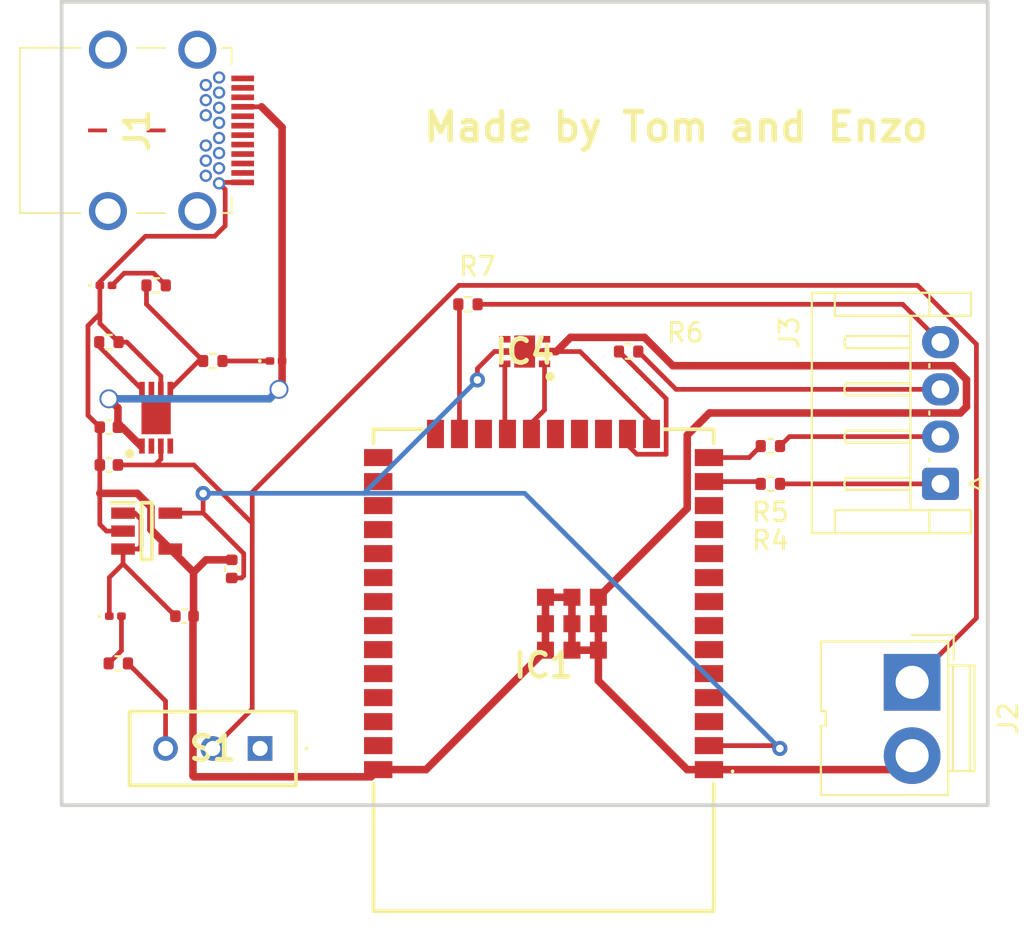
<source format=kicad_pcb>
(kicad_pcb (version 20221018) (generator pcbnew)
  (layers (0 "F.Cu" signal) (31 "B.Cu" signal) (34 "B.Paste" user) (35 "F.Paste" user) (36 "B.SilkS" user "B.Silkscreen") (37 "F.SilkS" user "F.Silkscreen") (38 "B.Mask" user) (39 "F.Mask" user) (44 "Edge.Cuts" user))
  (net 0 "")
  (net 1 "/V_INT")
  (net 2 "+3.3V")
  (net 3 "+5V")
  (net 4 "/VBAT_IN+")
  (net 5 "Net-(D1-A)")
  (net 6 "Net-(D2-K)")
  (net 7 "Net-(D3-A)")
  (net 18 "Net-(IC1-IO14)")
  (net 19 "Net-(IC1-IO12)")
  (net 20 "Net-(IC1-IO13)")
  (net 24 "/SCL_Capteur")
  (net 25 "/SDA_Capteur")
  (net 27 "Net-(IC1-IO15)")
  (net 44 "Net-(IC2-STAT)")
  (net 46 "Net-(IC2-PROG)")
  (net 75 "/MTMS")
  (net 76 "/MTDI")
  (net 77 "/MTCK")
  (net 78 "/MTDO")
  (net 79 "Net-(S1-NO)")
  (net 81 "GND")
  (footprint "librairie_tp1:632723300011" (layer "F.Cu") (at 79.685 81.3 -90)
    (fp_text reference "J1" (at 0 -0.3 -90) (layer "F.SilkS") (effects (font (size 1.27 1.27) (thickness 0.254))))
    (fp_text value "632723300011" hide)
    (fp_line (start -4.37 -5.305) (end -3.5 -5.305) (stroke (width 0.1)) (layer "F.SilkS"))
    (fp_line (start -4.37 -4.805) (end -4.37 -5.305) (stroke (width 0.1)) (layer "F.SilkS"))
    (fp_line (start -4.37 -0.305) (end -4.37 -1.805) (stroke (width 0.1)) (layer "F.SilkS"))
    (fp_line (start -4.37 2.695) (end -4.37 5.895) (stroke (width 0.1)) (layer "F.SilkS"))
    (fp_line (start -4.37 5.895) (end 4.37 5.895) (stroke (width 0.1)) (layer "F.SilkS"))
    (fp_line (start 4.37 -5.305) (end 3.5 -5.305) (stroke (width 0.1)) (layer "F.SilkS"))
    (fp_line (start 4.37 -4.805) (end 4.37 -5.305) (stroke (width 0.1)) (layer "F.SilkS"))
    (fp_line (start 4.37 -0.305) (end 4.37 -1.805) (stroke (width 0.1)) (layer "F.SilkS"))
    (fp_line (start 4.37 5.895) (end 4.37 2.695) (stroke (width 0.1)) (layer "F.SilkS"))
    (pad "1" thru_hole circle (at 2 -4.645 270) (size 0.65 0.65) (drill 0.4) (layers "*.Cu" "*.Mask") (net 81 "GND"))
    (pad "2" thru_hole circle (at -2 -4.645 270) (size 0.65 0.65) (drill 0.4) (layers "*.Cu" "*.Mask") (net 81 "GND"))
    (pad "3" thru_hole circle (at 4.27 -3.495 270) (size 2.012 2.012) (drill 1.3416) (layers "*.Cu" "*.Mask"))
    (pad "4" thru_hole circle (at -4.27 -3.495 270) (size 2.012 2.012) (drill 1.3416) (layers "*.Cu" "*.Mask"))
    (pad "5" thru_hole circle (at 4.27 1.235 270) (size 2.012 2.012) (drill 1.3416) (layers "*.Cu" "*.Mask"))
    (pad "6" thru_hole circle (at -4.27 1.235 270) (size 2.012 2.012) (drill 1.3416) (layers "*.Cu" "*.Mask"))
    (pad "7" smd rect (at 0 -1.315 270) (size 0.2 1) (layers "F.Cu" "F.Paste" "F.Mask"))
    (pad "8" smd rect (at 0 1.785 270) (size 0.2 1) (layers "F.Cu" "F.Paste" "F.Mask"))
    (pad "A1" smd rect (at -2.75 -5.895 270) (size 0.3 1.2) (layers "F.Cu" "F.Paste" "F.Mask") (net 81 "GND"))
    (pad "A2" smd rect (at -2.25 -5.895 270) (size 0.3 1.2) (layers "F.Cu" "F.Paste" "F.Mask"))
    (pad "A3" smd rect (at -1.75 -5.895 270) (size 0.3 1.2) (layers "F.Cu" "F.Paste" "F.Mask"))
    (pad "A4" smd rect (at -1.25 -5.895 270) (size 0.3 1.2) (layers "F.Cu" "F.Paste" "F.Mask") (net 3 "+5V"))
    (pad "A5" smd rect (at -0.75 -5.895 270) (size 0.3 1.2) (layers "F.Cu" "F.Paste" "F.Mask"))
    (pad "A6" smd rect (at -0.25 -5.895 270) (size 0.3 1.2) (layers "F.Cu" "F.Paste" "F.Mask"))
    (pad "A7" smd rect (at 0.25 -5.895 270) (size 0.3 1.2) (layers "F.Cu" "F.Paste" "F.Mask"))
    (pad "A8" smd rect (at 0.75 -5.895 270) (size 0.3 1.2) (layers "F.Cu" "F.Paste" "F.Mask"))
    (pad "A9" smd rect (at 1.25 -5.895 270) (size 0.3 1.2) (layers "F.Cu" "F.Paste" "F.Mask"))
    (pad "A10" smd rect (at 1.75 -5.895 270) (size 0.3 1.2) (layers "F.Cu" "F.Paste" "F.Mask"))
    (pad "A11" smd rect (at 2.25 -5.895 270) (size 0.3 1.2) (layers "F.Cu" "F.Paste" "F.Mask"))
    (pad "A12" smd rect (at 2.75 -5.895 270) (size 0.3 1.2) (layers "F.Cu" "F.Paste" "F.Mask") (net 81 "GND"))
    (pad "B1" thru_hole circle (at 2.8 -4.645 270) (size 0.65 0.65) (drill 0.4) (layers "*.Cu" "*.Mask") (net 81 "GND"))
    (pad "B2" thru_hole circle (at 2.4 -3.945 270) (size 0.65 0.65) (drill 0.4) (layers "*.Cu" "*.Mask"))
    (pad "B3" thru_hole circle (at 1.6 -3.945 270) (size 0.65 0.65) (drill 0.4) (layers "*.Cu" "*.Mask"))
    (pad "B4" thru_hole circle (at 1.2 -4.645 270) (size 0.65 0.65) (drill 0.4) (layers "*.Cu" "*.Mask"))
    (pad "B5" thru_hole circle (at 0.8 -3.945 270) (size 0.65 0.65) (drill 0.4) (layers "*.Cu" "*.Mask"))
    (pad "B6" thru_hole circle (at 0.4 -4.645 270) (size 0.65 0.65) (drill 0.4) (layers "*.Cu" "*.Mask"))
    (pad "B7" thru_hole circle (at -0.4 -4.645 270) (size 0.65 0.65) (drill 0.4) (layers "*.Cu" "*.Mask"))
    (pad "B8" thru_hole circle (at -0.8 -3.945 270) (size 0.65 0.65) (drill 0.4) (layers "*.Cu" "*.Mask"))
    (pad "B9" thru_hole circle (at -1.2 -4.645 270) (size 0.65 0.65) (drill 0.4) (layers "*.Cu" "*.Mask"))
    (pad "B10" thru_hole circle (at -1.6 -3.945 270) (size 0.65 0.65) (drill 0.4) (layers "*.Cu" "*.Mask"))
    (pad "B11" thru_hole circle (at -2.4 -3.945 270) (size 0.65 0.65) (drill 0.4) (layers "*.Cu" "*.Mask"))
    (pad "B12" thru_hole circle (at -2.8 -4.645 270) (size 0.65 0.65) (drill 0.4) (layers "*.Cu" "*.Mask") (net 81 "GND"))
  )
  (footprint "Resistor_SMD:R_0402_1005Metric" (layer "F.Cu") (at 84 93.5)
    (fp_text reference "R1" hide)
    (fp_text value "470R" hide)
    (fp_line (start -0.153641 -0.38) (end 0.153641 -0.38) (stroke (width 0.12)) (layer "F.SilkS"))
    (fp_line (start -0.153641 0.38) (end 0.153641 0.38) (stroke (width 0.12)) (layer "F.SilkS"))
    (pad "1" smd roundrect (at -0.51 0) (size 0.54 0.64) (layers "F.Cu" "F.Paste" "F.Mask") (net 44 "Net-(IC2-STAT)"))
    (pad "2" smd roundrect (at 0.51 0) (size 0.54 0.64) (layers "F.Cu" "F.Paste" "F.Mask") (net 6 "Net-(D2-K)"))
  )
  (footprint "Capacitor_SMD:C_0402_1005Metric" (layer "F.Cu") (at 82.5 107)
    (fp_text reference "C1" hide)
    (fp_text value "1uF" hide)
    (fp_line (start -0.107836 -0.36) (end 0.107836 -0.36) (stroke (width 0.12)) (layer "F.SilkS"))
    (fp_line (start -0.107836 0.36) (end 0.107836 0.36) (stroke (width 0.12)) (layer "F.SilkS"))
    (pad "1" smd roundrect (at -0.48 0) (size 0.56 0.62) (layers "F.Cu" "F.Paste" "F.Mask") (net 1 "/V_INT"))
    (pad "2" smd roundrect (at 0.48 0) (size 0.56 0.62) (layers "F.Cu" "F.Paste" "F.Mask") (net 81 "GND"))
  )
  (footprint "Connector_JST:JST_EH_S4B-EH_1x04_P2.50mm_Horizontal" (layer "F.Cu") (at 122.5 100 90)
    (fp_text reference "J3" (at 8 -8 90) (layer "F.SilkS"))
    (fp_text value "Conn_01x04_Pin" hide)
    (fp_line (start -2.61 -6.81) (end 10.11 -6.81) (stroke (width 0.12)) (layer "F.SilkS"))
    (fp_line (start -2.61 -5.59) (end -1.39 -5.59) (stroke (width 0.12)) (layer "F.SilkS"))
    (fp_line (start -2.61 1.61) (end -2.61 -6.81) (stroke (width 0.12)) (layer "F.SilkS"))
    (fp_line (start -1.39 -5.59) (end -1.39 -0.59) (stroke (width 0.12)) (layer "F.SilkS"))
    (fp_line (start -1.39 -1.59) (end 8.89 -1.59) (stroke (width 0.12)) (layer "F.SilkS"))
    (fp_line (start -1.39 -0.59) (end -2.61 -0.59) (stroke (width 0.12)) (layer "F.SilkS"))
    (fp_line (start -1.39 -0.59) (end -1.39 1.61) (stroke (width 0.12)) (layer "F.SilkS"))
    (fp_line (start -1.39 1.61) (end -2.61 1.61) (stroke (width 0.12)) (layer "F.SilkS"))
    (fp_line (start -0.32 -5.01) (end 0 -5.09) (stroke (width 0.12)) (layer "F.SilkS"))
    (fp_line (start -0.32 -1.59) (end -0.32 -5.01) (stroke (width 0.12)) (layer "F.SilkS"))
    (fp_line (start -0.3 2.1) (end 0.3 2.1) (stroke (width 0.12)) (layer "F.SilkS"))
    (fp_line (start 0 -5.09) (end 0.32 -5.01) (stroke (width 0.12)) (layer "F.SilkS"))
    (fp_line (start 0 -1.59) (end -0.32 -1.59) (stroke (width 0.12)) (layer "F.SilkS"))
    (fp_line (start 0 1.5) (end -0.3 2.1) (stroke (width 0.12)) (layer "F.SilkS"))
    (fp_line (start 0.3 2.1) (end 0 1.5) (stroke (width 0.12)) (layer "F.SilkS"))
    (fp_line (start 0.32 -5.01) (end 0.32 -1.59) (stroke (width 0.12)) (layer "F.SilkS"))
    (fp_line (start 0.32 -1.59) (end 0 -1.59) (stroke (width 0.12)) (layer "F.SilkS"))
    (fp_line (start 1.17 -0.59) (end 1.33 -0.59) (stroke (width 0.12)) (layer "F.SilkS"))
    (fp_line (start 2.18 -5.01) (end 2.5 -5.09) (stroke (width 0.12)) (layer "F.SilkS"))
    (fp_line (start 2.18 -1.59) (end 2.18 -5.01) (stroke (width 0.12)) (layer "F.SilkS"))
    (fp_line (start 2.5 -5.09) (end 2.82 -5.01) (stroke (width 0.12)) (layer "F.SilkS"))
    (fp_line (start 2.5 -1.59) (end 2.18 -1.59) (stroke (width 0.12)) (layer "F.SilkS"))
    (fp_line (start 2.82 -5.01) (end 2.82 -1.59) (stroke (width 0.12)) (layer "F.SilkS"))
    (fp_line (start 2.82 -1.59) (end 2.5 -1.59) (stroke (width 0.12)) (layer "F.SilkS"))
    (fp_line (start 3.67 -0.59) (end 3.83 -0.59) (stroke (width 0.12)) (layer "F.SilkS"))
    (fp_line (start 4.68 -5.01) (end 5 -5.09) (stroke (width 0.12)) (layer "F.SilkS"))
    (fp_line (start 4.68 -1.59) (end 4.68 -5.01) (stroke (width 0.12)) (layer "F.SilkS"))
    (fp_line (start 5 -5.09) (end 5.32 -5.01) (stroke (width 0.12)) (layer "F.SilkS"))
    (fp_line (start 5 -1.59) (end 4.68 -1.59) (stroke (width 0.12)) (layer "F.SilkS"))
    (fp_line (start 5.32 -5.01) (end 5.32 -1.59) (stroke (width 0.12)) (layer "F.SilkS"))
    (fp_line (start 5.32 -1.59) (end 5 -1.59) (stroke (width 0.12)) (layer "F.SilkS"))
    (fp_line (start 6.17 -0.59) (end 6.33 -0.59) (stroke (width 0.12)) (layer "F.SilkS"))
    (fp_line (start 7.18 -5.01) (end 7.5 -5.09) (stroke (width 0.12)) (layer "F.SilkS"))
    (fp_line (start 7.18 -1.59) (end 7.18 -5.01) (stroke (width 0.12)) (layer "F.SilkS"))
    (fp_line (start 7.5 -5.09) (end 7.82 -5.01) (stroke (width 0.12)) (layer "F.SilkS"))
    (fp_line (start 7.5 -1.59) (end 7.18 -1.59) (stroke (width 0.12)) (layer "F.SilkS"))
    (fp_line (start 7.82 -5.01) (end 7.82 -1.59) (stroke (width 0.12)) (layer "F.SilkS"))
    (fp_line (start 7.82 -1.59) (end 7.5 -1.59) (stroke (width 0.12)) (layer "F.SilkS"))
    (fp_line (start 8.89 -5.59) (end 8.89 -0.59) (stroke (width 0.12)) (layer "F.SilkS"))
    (fp_line (start 8.89 -0.59) (end 10.11 -0.59) (stroke (width 0.12)) (layer "F.SilkS"))
    (fp_line (start 8.89 1.61) (end 8.89 -0.59) (stroke (width 0.12)) (layer "F.SilkS"))
    (fp_line (start 10.11 -6.81) (end 10.11 1.61) (stroke (width 0.12)) (layer "F.SilkS"))
    (fp_line (start 10.11 -5.59) (end 8.89 -5.59) (stroke (width 0.12)) (layer "F.SilkS"))
    (fp_line (start 10.11 1.61) (end 8.89 1.61) (stroke (width 0.12)) (layer "F.SilkS"))
    (pad "1" thru_hole roundrect (at 0 0 90) (size 1.7 1.95) (drill 0.95) (layers "*.Cu" "*.Mask") (roundrect_rratio 0.147059) (net 75 "/MTMS"))
    (pad "2" thru_hole oval (at 2.5 0 90) (size 1.7 1.95) (drill 0.95) (layers "*.Cu" "*.Mask") (net 76 "/MTDI"))
    (pad "3" thru_hole oval (at 5 0 90) (size 1.7 1.95) (drill 0.95) (layers "*.Cu" "*.Mask") (net 77 "/MTCK"))
    (pad "4" thru_hole oval (at 7.5 0 90) (size 1.7 1.95) (drill 0.95) (layers "*.Cu" "*.Mask") (net 78 "/MTDO"))
  )
  (footprint "librairie_tp1:SON65P200X200X80-7N" (layer "F.Cu") (at 100.5 93 180)
    (fp_text reference "IC4" (at 0 0 180) (layer "F.SilkS") (effects (font (size 1.27 1.27) (thickness 0.254))))
    (fp_text value "TMP117NAIDRVR" hide)
    (fp_circle (center -1.35 -1.325) (end -1.35 -1.2) (stroke (width 0.25)) (fill none) (layer "F.SilkS"))
    (pad "1" smd rect (at -1.05 -0.65 270) (size 0.35 0.6) (layers "F.Cu" "F.Paste" "F.Mask") (net 24 "/SCL_Capteur"))
    (pad "2" smd rect (at -1.05 0 270) (size 0.35 0.6) (layers "F.Cu" "F.Paste" "F.Mask") (net 81 "GND"))
    (pad "3" smd rect (at -1.05 0.65 270) (size 0.35 0.6) (layers "F.Cu" "F.Paste" "F.Mask"))
    (pad "4" smd rect (at 1.05 0.65 270) (size 0.35 0.6) (layers "F.Cu" "F.Paste" "F.Mask") (net 81 "GND"))
    (pad "5" smd rect (at 1.05 0 270) (size 0.35 0.6) (layers "F.Cu" "F.Paste" "F.Mask") (net 2 "+3.3V"))
    (pad "6" smd rect (at 1.05 -0.65 270) (size 0.35 0.6) (layers "F.Cu" "F.Paste" "F.Mask") (net 25 "/SDA_Capteur"))
    (pad "7" smd rect (at 0 0 180) (size 1.1 1.7) (layers "F.Cu" "F.Paste" "F.Mask"))
  )
  (footprint "Resistor_SMD:R_0402_1005Metric" (layer "F.Cu") (at 106 93 180)
    (fp_text reference "R6" (at -3 1) (layer "F.SilkS"))
    (fp_text value "100R" hide)
    (fp_line (start -0.153641 -0.38) (end 0.153641 -0.38) (stroke (width 0.12)) (layer "F.SilkS"))
    (fp_line (start -0.153641 0.38) (end 0.153641 0.38) (stroke (width 0.12)) (layer "F.SilkS"))
    (pad "1" smd roundrect (at -0.51 0 180) (size 0.54 0.64) (layers "F.Cu" "F.Paste" "F.Mask") (net 77 "/MTCK"))
    (pad "2" smd roundrect (at 0.51 0 180) (size 0.54 0.64) (layers "F.Cu" "F.Paste" "F.Mask") (net 20 "Net-(IC1-IO13)"))
  )
  (footprint "librairie_tp1:ESP32WROOM32DN4" (layer "F.Cu") (at 101.5 109.86 180)
    (fp_text reference "IC1" (at 0 0.25 180) (layer "F.SilkS") (effects (font (size 1.27 1.27) (thickness 0.254))))
    (fp_text value "ESP32-WROOM-32D-N4" hide)
    (fp_line (start -10 -5.4) (end -10 -5.4) (stroke (width 0.1)) (layer "F.SilkS"))
    (fp_line (start -10 -5.3) (end -10 -5.3) (stroke (width 0.1)) (layer "F.SilkS"))
    (fp_line (start -9 -12.75) (end 9 -12.75) (stroke (width 0.2)) (layer "F.SilkS"))
    (fp_line (start -9 -6) (end -9 -12.75) (stroke (width 0.2)) (layer "F.SilkS"))
    (fp_line (start -9 12) (end -9 12.75) (stroke (width 0.2)) (layer "F.SilkS"))
    (fp_line (start -9 12.75) (end -6.4 12.75) (stroke (width 0.2)) (layer "F.SilkS"))
    (fp_line (start 6.4 12.75) (end 9 12.75) (stroke (width 0.2)) (layer "F.SilkS"))
    (fp_line (start 9 -12.75) (end 9 -6) (stroke (width 0.2)) (layer "F.SilkS"))
    (fp_line (start 9 12.75) (end 9 12) (stroke (width 0.2)) (layer "F.SilkS"))
    (fp_arc (start -10 -5.4) (mid -9.95 -5.35) (end -10 -5.3) (stroke (width 0.1)) (layer "F.SilkS"))
    (fp_arc (start -10 -5.3) (mid -10.05 -5.35) (end -10 -5.4) (stroke (width 0.1)) (layer "F.SilkS"))
    (pad "1" smd rect (at -8.75 -5.26 270) (size 0.9 1.5) (layers "F.Cu" "F.Paste" "F.Mask") (net 81 "GND"))
    (pad "2" smd rect (at -8.75 -3.99 270) (size 0.9 1.5) (layers "F.Cu" "F.Paste" "F.Mask") (net 2 "+3.3V"))
    (pad "3" smd rect (at -8.75 -2.72 270) (size 0.9 1.5) (layers "F.Cu" "F.Paste" "F.Mask"))
    (pad "4" smd rect (at -8.75 -1.45 270) (size 0.9 1.5) (layers "F.Cu" "F.Paste" "F.Mask"))
    (pad "5" smd rect (at -8.75 -0.18 270) (size 0.9 1.5) (layers "F.Cu" "F.Paste" "F.Mask"))
    (pad "6" smd rect (at -8.75 1.09 270) (size 0.9 1.5) (layers "F.Cu" "F.Paste" "F.Mask"))
    (pad "7" smd rect (at -8.75 2.36 270) (size 0.9 1.5) (layers "F.Cu" "F.Paste" "F.Mask"))
    (pad "8" smd rect (at -8.75 3.63 270) (size 0.9 1.5) (layers "F.Cu" "F.Paste" "F.Mask"))
    (pad "9" smd rect (at -8.75 4.9 270) (size 0.9 1.5) (layers "F.Cu" "F.Paste" "F.Mask"))
    (pad "10" smd rect (at -8.75 6.17 270) (size 0.9 1.5) (layers "F.Cu" "F.Paste" "F.Mask"))
    (pad "11" smd rect (at -8.75 7.44 270) (size 0.9 1.5) (layers "F.Cu" "F.Paste" "F.Mask"))
    (pad "12" smd rect (at -8.75 8.71 270) (size 0.9 1.5) (layers "F.Cu" "F.Paste" "F.Mask"))
    (pad "13" smd rect (at -8.75 9.98 270) (size 0.9 1.5) (layers "F.Cu" "F.Paste" "F.Mask") (net 18 "Net-(IC1-IO14)"))
    (pad "14" smd rect (at -8.75 11.25 270) (size 0.9 1.5) (layers "F.Cu" "F.Paste" "F.Mask") (net 19 "Net-(IC1-IO12)"))
    (pad "15" smd rect (at -5.71 12.5 180) (size 0.9 1.5) (layers "F.Cu" "F.Paste" "F.Mask") (net 81 "GND"))
    (pad "16" smd rect (at -4.44 12.5 180) (size 0.9 1.5) (layers "F.Cu" "F.Paste" "F.Mask") (net 20 "Net-(IC1-IO13)"))
    (pad "17" smd rect (at -3.17 12.5 180) (size 0.9 1.5) (layers "F.Cu" "F.Paste" "F.Mask"))
    (pad "18" smd rect (at -1.9 12.5 180) (size 0.9 1.5) (layers "F.Cu" "F.Paste" "F.Mask"))
    (pad "19" smd rect (at -0.63 12.5 180) (size 0.9 1.5) (layers "F.Cu" "F.Paste" "F.Mask"))
    (pad "20" smd rect (at 0.64 12.5 180) (size 0.9 1.5) (layers "F.Cu" "F.Paste" "F.Mask") (net 24 "/SCL_Capteur"))
    (pad "21" smd rect (at 1.91 12.5 180) (size 0.9 1.5) (layers "F.Cu" "F.Paste" "F.Mask") (net 25 "/SDA_Capteur"))
    (pad "22" smd rect (at 3.18 12.5 180) (size 0.9 1.5) (layers "F.Cu" "F.Paste" "F.Mask"))
    (pad "23" smd rect (at 4.45 12.5 180) (size 0.9 1.5) (layers "F.Cu" "F.Paste" "F.Mask") (net 27 "Net-(IC1-IO15)"))
    (pad "24" smd rect (at 5.72 12.5 180) (size 0.9 1.5) (layers "F.Cu" "F.Paste" "F.Mask"))
    (pad "25" smd rect (at 8.75 11.25 270) (size 0.9 1.5) (layers "F.Cu" "F.Paste" "F.Mask"))
    (pad "26" smd rect (at 8.75 9.98 270) (size 0.9 1.5) (layers "F.Cu" "F.Paste" "F.Mask"))
    (pad "27" smd rect (at 8.75 8.71 270) (size 0.9 1.5) (layers "F.Cu" "F.Paste" "F.Mask"))
    (pad "28" smd rect (at 8.75 7.44 270) (size 0.9 1.5) (layers "F.Cu" "F.Paste" "F.Mask"))
    (pad "29" smd rect (at 8.75 6.17 270) (size 0.9 1.5) (layers "F.Cu" "F.Paste" "F.Mask"))
    (pad "30" smd rect (at 8.75 4.9 270) (size 0.9 1.5) (layers "F.Cu" "F.Paste" "F.Mask"))
    (pad "31" smd rect (at 8.75 3.63 270) (size 0.9 1.5) (layers "F.Cu" "F.Paste" "F.Mask"))
    (pad "32" smd rect (at 8.75 2.36 270) (size 0.9 1.5) (layers "F.Cu" "F.Paste" "F.Mask"))
    (pad "33" smd rect (at 8.75 1.09 270) (size 0.9 1.5) (layers "F.Cu" "F.Paste" "F.Mask"))
    (pad "34" smd rect (at 8.75 -0.18 270) (size 0.9 1.5) (layers "F.Cu" "F.Paste" "F.Mask"))
    (pad "35" smd rect (at 8.75 -1.45 270) (size 0.9 1.5) (layers "F.Cu" "F.Paste" "F.Mask"))
    (pad "36" smd rect (at 8.75 -2.72 270) (size 0.9 1.5) (layers "F.Cu" "F.Paste" "F.Mask"))
    (pad "37" smd rect (at 8.75 -3.99 270) (size 0.9 1.5) (layers "F.Cu" "F.Paste" "F.Mask"))
    (pad "38" smd rect (at 8.75 -5.26 270) (size 0.9 1.5) (layers "F.Cu" "F.Paste" "F.Mask") (net 81 "GND"))
    (pad "39" smd rect (at -1.5 2.46 180) (size 0.9 0.9) (layers "F.Cu" "F.Paste" "F.Mask") (net 81 "GND"))
    (pad "40" smd rect (at -1.5 3.86 180) (size 0.9 0.9) (layers "F.Cu" "F.Paste" "F.Mask") (net 81 "GND"))
    (pad "41" smd rect (at -0.1 3.86 180) (size 0.9 0.9) (layers "F.Cu" "F.Paste" "F.Mask") (net 81 "GND"))
    (pad "42" smd rect (at -0.1 2.46 180) (size 0.9 0.9) (layers "F.Cu" "F.Paste" "F.Mask") (net 81 "GND"))
    (pad "43" smd rect (at -0.1 1.06 180) (size 0.9 0.9) (layers "F.Cu" "F.Paste" "F.Mask") (net 81 "GND"))
    (pad "44" smd rect (at -1.5 1.06 180) (size 0.9 0.9) (layers "F.Cu" "F.Paste" "F.Mask") (net 81 "GND"))
    (pad "45" smd rect (at -2.9 1.06 180) (size 0.9 0.9) (layers "F.Cu" "F.Paste" "F.Mask") (net 81 "GND"))
    (pad "46" smd rect (at -2.9 2.46 180) (size 0.9 0.9) (layers "F.Cu" "F.Paste" "F.Mask") (net 81 "GND"))
    (pad "47" smd rect (at -2.9 3.86 180) (size 0.9 0.9) (layers "F.Cu" "F.Paste" "F.Mask") (net 81 "GND"))
  )
  (footprint "Resistor_SMD:R_0402_1005Metric" (layer "F.Cu") (at 97.5 90.5 180)
    (fp_text reference "R7" (at -0.5 2) (layer "F.SilkS"))
    (fp_text value "100R" hide)
    (fp_line (start -0.153641 -0.38) (end 0.153641 -0.38) (stroke (width 0.12)) (layer "F.SilkS"))
    (fp_line (start -0.153641 0.38) (end 0.153641 0.38) (stroke (width 0.12)) (layer "F.SilkS"))
    (pad "1" smd roundrect (at -0.51 0 180) (size 0.54 0.64) (layers "F.Cu" "F.Paste" "F.Mask") (net 78 "/MTDO"))
    (pad "2" smd roundrect (at 0.51 0 180) (size 0.54 0.64) (layers "F.Cu" "F.Paste" "F.Mask") (net 27 "Net-(IC1-IO15)"))
  )
  (footprint "Connector:JWT_A3963_1x02_P3.96mm_Vertical" (layer "F.Cu") (at 121 110.5 -90)
    (fp_text reference "J2" (at 1.91 -5.08 -270) (layer "F.SilkS"))
    (fp_text value "Conn_01x02_Pin" hide)
    (fp_line (start -2.5 -2.2) (end -2.5 0) (stroke (width 0.12)) (layer "F.SilkS"))
    (fp_line (start -2.16 -1.91) (end -2.16 0) (stroke (width 0.12)) (layer "F.SilkS"))
    (fp_line (start -2.16 -1.91) (end 5.97 -1.91) (stroke (width 0.12)) (layer "F.SilkS"))
    (fp_line (start -2.16 0) (end -2.16 4.83) (stroke (width 0.12)) (layer "F.SilkS"))
    (fp_line (start -1.2 -2.2) (end -2.5 -2.2) (stroke (width 0.12)) (layer "F.SilkS"))
    (fp_line (start -0.89 -3.3) (end 4.7 -3.3) (stroke (width 0.12)) (layer "F.SilkS"))
    (fp_line (start -0.89 -3.05) (end 4.7 -3.05) (stroke (width 0.12)) (layer "F.SilkS"))
    (fp_line (start -0.89 -2.16) (end 4.7 -2.16) (stroke (width 0.12)) (layer "F.SilkS"))
    (fp_line (start -0.89 -1.91) (end -0.89 -3.3) (stroke (width 0.12)) (layer "F.SilkS"))
    (fp_line (start 1.52 4.57) (end 2.29 4.57) (stroke (width 0.12)) (layer "F.SilkS"))
    (fp_line (start 1.52 4.83) (end -2.16 4.83) (stroke (width 0.12)) (layer "F.SilkS"))
    (fp_line (start 1.52 4.83) (end 1.52 4.57) (stroke (width 0.12)) (layer "F.SilkS"))
    (fp_line (start 2.29 4.57) (end 2.29 4.83) (stroke (width 0.12)) (layer "F.SilkS"))
    (fp_line (start 2.29 4.83) (end 5.97 4.83) (stroke (width 0.12)) (layer "F.SilkS"))
    (fp_line (start 4.7 -1.91) (end 4.7 -3.3) (stroke (width 0.12)) (layer "F.SilkS"))
    (fp_line (start 5.97 -1.91) (end 5.97 0) (stroke (width 0.12)) (layer "F.SilkS"))
    (fp_line (start 5.97 4.83) (end 5.97 0) (stroke (width 0.12)) (layer "F.SilkS"))
    (pad "1" thru_hole rect (at 0 0 270) (size 3 3) (drill 1.75) (layers "*.Cu" "*.Mask") (net 4 "/VBAT_IN+"))
    (pad "2" thru_hole circle (at 3.88 0 270) (size 3 3) (drill 1.75) (layers "*.Cu" "*.Mask") (net 81 "GND"))
  )
  (footprint "Resistor_SMD:R_0402_1005Metric" (layer "F.Cu") (at 113.5 98 180)
    (fp_text reference "R5" (at 0 -3.5) (layer "F.SilkS"))
    (fp_text value "100R" hide)
    (fp_line (start -0.153641 -0.38) (end 0.153641 -0.38) (stroke (width 0.12)) (layer "F.SilkS"))
    (fp_line (start -0.153641 0.38) (end 0.153641 0.38) (stroke (width 0.12)) (layer "F.SilkS"))
    (pad "1" smd roundrect (at -0.51 0 180) (size 0.54 0.64) (layers "F.Cu" "F.Paste" "F.Mask") (net 76 "/MTDI"))
    (pad "2" smd roundrect (at 0.51 0 180) (size 0.54 0.64) (layers "F.Cu" "F.Paste" "F.Mask") (net 19 "Net-(IC1-IO12)"))
  )
  (footprint "Capacitor_SMD:C_0402_1005Metric" (layer "F.Cu") (at 85 104.5 90)
    (fp_text reference "C2" hide)
    (fp_text value "1uF" hide)
    (fp_line (start -0.107836 -0.36) (end 0.107836 -0.36) (stroke (width 0.12)) (layer "F.SilkS"))
    (fp_line (start -0.107836 0.36) (end 0.107836 0.36) (stroke (width 0.12)) (layer "F.SilkS"))
    (pad "1" smd roundrect (at -0.48 0 90) (size 0.56 0.62) (layers "F.Cu" "F.Paste" "F.Mask") (net 2 "+3.3V"))
    (pad "2" smd roundrect (at 0.48 0 90) (size 0.56 0.62) (layers "F.Cu" "F.Paste" "F.Mask") (net 81 "GND"))
  )
  (footprint "Capacitor_SMD:C_0402_1005Metric" (layer "F.Cu") (at 78.5 99)
    (fp_text reference "C4" hide)
    (fp_text value "4.7uF" hide)
    (fp_line (start -0.107836 -0.36) (end 0.107836 -0.36) (stroke (width 0.12)) (layer "F.SilkS"))
    (fp_line (start -0.107836 0.36) (end 0.107836 0.36) (stroke (width 0.12)) (layer "F.SilkS"))
    (pad "1" smd roundrect (at -0.48 0) (size 0.56 0.62) (layers "F.Cu" "F.Paste" "F.Mask") (net 81 "GND"))
    (pad "2" smd roundrect (at 0.48 0) (size 0.56 0.62) (layers "F.Cu" "F.Paste" "F.Mask") (net 4 "/VBAT_IN+"))
  )
  (footprint "Resistor_SMD:R_0402_1005Metric" (layer "F.Cu") (at 79 109.5)
    (fp_text reference "R8" hide)
    (fp_text value "1k" hide)
    (fp_line (start -0.153641 -0.38) (end 0.153641 -0.38) (stroke (width 0.12)) (layer "F.SilkS"))
    (fp_line (start -0.153641 0.38) (end 0.153641 0.38) (stroke (width 0.12)) (layer "F.SilkS"))
    (pad "1" smd roundrect (at -0.51 0) (size 0.54 0.64) (layers "F.Cu" "F.Paste" "F.Mask") (net 7 "Net-(D3-A)"))
    (pad "2" smd roundrect (at 0.51 0) (size 0.54 0.64) (layers "F.Cu" "F.Paste" "F.Mask") (net 79 "Net-(S1-NO)"))
  )
  (footprint "Capacitor_SMD:C_0402_1005Metric" (layer "F.Cu") (at 78.5 97)
    (fp_text reference "C3" hide)
    (fp_text value "4.7uF" hide)
    (fp_line (start -0.107836 -0.36) (end 0.107836 -0.36) (stroke (width 0.12)) (layer "F.SilkS"))
    (fp_line (start -0.107836 0.36) (end 0.107836 0.36) (stroke (width 0.12)) (layer "F.SilkS"))
    (pad "1" smd roundrect (at -0.48 0) (size 0.56 0.62) (layers "F.Cu" "F.Paste" "F.Mask") (net 81 "GND"))
    (pad "2" smd roundrect (at 0.48 0) (size 0.56 0.62) (layers "F.Cu" "F.Paste" "F.Mask") (net 3 "+5V"))
  )
  (footprint "Resistor_SMD:R_0402_1005Metric" (layer "F.Cu") (at 81 89.5)
    (fp_text reference "R2" hide)
    (fp_text value "470R" hide)
    (fp_line (start -0.153641 -0.38) (end 0.153641 -0.38) (stroke (width 0.12)) (layer "F.SilkS"))
    (fp_line (start -0.153641 0.38) (end 0.153641 0.38) (stroke (width 0.12)) (layer "F.SilkS"))
    (pad "1" smd roundrect (at -0.51 0) (size 0.54 0.64) (layers "F.Cu" "F.Paste" "F.Mask") (net 44 "Net-(IC2-STAT)"))
    (pad "2" smd roundrect (at 0.51 0) (size 0.54 0.64) (layers "F.Cu" "F.Paste" "F.Mask") (net 5 "Net-(D1-A)"))
  )
  (footprint "librairie_tp1:SLW8839352AD" (layer "F.Cu") (at 86.5 114 180)
    (fp_text reference "S1" (at 2.5 0 180) (layer "F.SilkS") (effects (font (size 1.27 1.27) (thickness 0.254))))
    (fp_text value "SLW-883935-2A-D" hide)
    (fp_line (start -2.5 0) (end -2.5 0) (stroke (width 0.1)) (layer "F.SilkS"))
    (fp_line (start -2.4 0) (end -2.4 0) (stroke (width 0.1)) (layer "F.SilkS"))
    (fp_line (start -1.9 -1.95) (end 6.9 -1.95) (stroke (width 0.2)) (layer "F.SilkS"))
    (fp_line (start -1.9 1.95) (end -1.9 -1.95) (stroke (width 0.2)) (layer "F.SilkS"))
    (fp_line (start 6.9 -1.95) (end 6.9 1.95) (stroke (width 0.2)) (layer "F.SilkS"))
    (fp_line (start 6.9 1.95) (end -1.9 1.95) (stroke (width 0.2)) (layer "F.SilkS"))
    (fp_arc (start -2.5 0) (mid -2.45 -0.05) (end -2.4 0) (stroke (width 0.1)) (layer "F.SilkS"))
    (fp_arc (start -2.4 0) (mid -2.45 0.05) (end -2.5 0) (stroke (width 0.1)) (layer "F.SilkS"))
    (pad "1" thru_hole rect (at 0 0 180) (size 1.3 1.3) (drill 0.8) (layers "*.Cu" "*.Mask"))
    (pad "2" thru_hole circle (at 2.5 0 180) (size 1.3 1.3) (drill 0.8) (layers "*.Cu" "*.Mask") (net 4 "/VBAT_IN+"))
    (pad "3" thru_hole circle (at 5 0 180) (size 1.3 1.3) (drill 0.8) (layers "*.Cu" "*.Mask") (net 79 "Net-(S1-NO)"))
  )
  (footprint "LED_SMD:LED_0201_0603Metric" (layer "F.Cu") (at 78.845 107)
    (fp_text reference "D3" hide)
    (fp_text value "LED_V" hide)
    (fp_circle (center -0.86 0) (end -0.81 0) (stroke (width 0.1)) (fill none) (layer "F.SilkS"))
    (pad "1" smd roundrect (at -0.32 0) (size 0.46 0.4) (layers "F.Cu" "F.Mask") (net 1 "/V_INT"))
    (pad "2" smd roundrect (at 0.32 0) (size 0.46 0.4) (layers "F.Cu" "F.Mask") (net 7 "Net-(D3-A)"))
  )
  (footprint "librairie_tp1:SOT95P275X110-5N" (layer "F.Cu") (at 80.5 102.5)
    (fp_text reference "IC3" hide)
    (fp_text value "NCV8161ASN330T1G" hide)
    (fp_line (start -1.875 -1.5) (end -0.625 -1.5) (stroke (width 0.2)) (layer "F.SilkS"))
    (fp_line (start -0.275 -1.5) (end 0.275 -1.5) (stroke (width 0.2)) (layer "F.SilkS"))
    (fp_line (start -0.275 1.5) (end -0.275 -1.5) (stroke (width 0.2)) (layer "F.SilkS"))
    (fp_line (start 0.275 -1.5) (end 0.275 1.5) (stroke (width 0.2)) (layer "F.SilkS"))
    (fp_line (start 0.275 1.5) (end -0.275 1.5) (stroke (width 0.2)) (layer "F.SilkS"))
    (pad "1" smd rect (at -1.25 -0.95 90) (size 0.6 1.25) (layers "F.Cu" "F.Paste" "F.Mask") (net 1 "/V_INT"))
    (pad "2" smd rect (at -1.25 0 90) (size 0.6 1.25) (layers "F.Cu" "F.Paste" "F.Mask") (net 81 "GND"))
    (pad "3" smd rect (at -1.25 0.95 90) (size 0.6 1.25) (layers "F.Cu" "F.Paste" "F.Mask") (net 1 "/V_INT"))
    (pad "4" smd rect (at 1.25 0.95 90) (size 0.6 1.25) (layers "F.Cu" "F.Paste" "F.Mask") (net 81 "GND"))
    (pad "5" smd rect (at 1.25 -0.95 90) (size 0.6 1.25) (layers "F.Cu" "F.Paste" "F.Mask") (net 2 "+3.3V"))
  )
  (footprint "LED_SMD:LED_0201_0603Metric" (layer "F.Cu") (at 78.345 89.5)
    (fp_text reference "D1" hide)
    (fp_text value "LED_V" hide)
    (fp_circle (center -0.86 0) (end -0.81 0) (stroke (width 0.1)) (fill none) (layer "F.SilkS"))
    (pad "1" smd roundrect (at -0.32 0) (size 0.46 0.4) (layers "F.Cu" "F.Mask") (net 81 "GND"))
    (pad "2" smd roundrect (at 0.32 0) (size 0.46 0.4) (layers "F.Cu" "F.Mask") (net 5 "Net-(D1-A)"))
  )
  (footprint "Resistor_SMD:R_0402_1005Metric" (layer "F.Cu") (at 78.5 92.5)
    (fp_text reference "R3" hide)
    (fp_text value "2k" hide)
    (fp_line (start -0.153641 -0.38) (end 0.153641 -0.38) (stroke (width 0.12)) (layer "F.SilkS"))
    (fp_line (start -0.153641 0.38) (end 0.153641 0.38) (stroke (width 0.12)) (layer "F.SilkS"))
    (pad "1" smd roundrect (at -0.51 0) (size 0.54 0.64) (layers "F.Cu" "F.Paste" "F.Mask") (net 46 "Net-(IC2-PROG)"))
    (pad "2" smd roundrect (at 0.51 0) (size 0.54 0.64) (layers "F.Cu" "F.Paste" "F.Mask") (net 81 "GND"))
  )
  (footprint "Resistor_SMD:R_0402_1005Metric" (layer "F.Cu") (at 113.5 100 180)
    (fp_text reference "R4" (at 0 -3) (layer "F.SilkS"))
    (fp_text value "100R" hide)
    (fp_line (start -0.153641 -0.38) (end 0.153641 -0.38) (stroke (width 0.12)) (layer "F.SilkS"))
    (fp_line (start -0.153641 0.38) (end 0.153641 0.38) (stroke (width 0.12)) (layer "F.SilkS"))
    (pad "1" smd roundrect (at -0.51 0 180) (size 0.54 0.64) (layers "F.Cu" "F.Paste" "F.Mask") (net 75 "/MTMS"))
    (pad "2" smd roundrect (at 0.51 0 180) (size 0.54 0.64) (layers "F.Cu" "F.Paste" "F.Mask") (net 18 "Net-(IC1-IO14)"))
  )
  (footprint "LED_SMD:LED_0201_0603Metric" (layer "F.Cu") (at 87.345 93.5)
    (fp_text reference "D2" hide)
    (fp_text value "LED_V" hide)
    (fp_circle (center -0.86 0) (end -0.81 0) (stroke (width 0.1)) (fill none) (layer "F.SilkS"))
    (pad "1" smd roundrect (at -0.32 0) (size 0.46 0.4) (layers "F.Cu" "F.Mask") (net 6 "Net-(D2-K)"))
    (pad "2" smd roundrect (at 0.32 0) (size 0.46 0.4) (layers "F.Cu" "F.Mask") (net 3 "+5V"))
  )
  (footprint "librairie_tp1:SON50P300X200X100-9N-D" (layer "F.Cu") (at 81 96.5 90)
    (fp_text reference "IC2" hide)
    (fp_text value "MCP73831T-2DCI_MC" hide)
    (fp_circle (center -1.9 -1.4) (end -1.9 -1.275) (stroke (width 0.25)) (fill none) (layer "F.SilkS"))
    (pad "1" smd rect (at -1.5 -0.75 180) (size 0.3 0.8) (layers "F.Cu" "F.Paste" "F.Mask") (net 3 "+5V"))
    (pad "2" smd rect (at -1.5 -0.25 180) (size 0.3 0.8) (layers "F.Cu" "F.Paste" "F.Mask"))
    (pad "3" smd rect (at -1.5 0.25 180) (size 0.3 0.8) (layers "F.Cu" "F.Paste" "F.Mask") (net 4 "/VBAT_IN+"))
    (pad "4" smd rect (at -1.5 0.75 180) (size 0.3 0.8) (layers "F.Cu" "F.Paste" "F.Mask"))
    (pad "5" smd rect (at 1.5 0.75 180) (size 0.3 0.8) (layers "F.Cu" "F.Paste" "F.Mask") (net 44 "Net-(IC2-STAT)"))
    (pad "6" smd rect (at 1.5 0.25 180) (size 0.3 0.8) (layers "F.Cu" "F.Paste" "F.Mask") (net 81 "GND"))
    (pad "7" smd rect (at 1.5 -0.25 180) (size 0.3 0.8) (layers "F.Cu" "F.Paste" "F.Mask"))
    (pad "8" smd rect (at 1.5 -0.75 180) (size 0.3 0.8) (layers "F.Cu" "F.Paste" "F.Mask") (net 46 "Net-(IC2-PROG)"))
    (pad "9" smd rect (at 0 0 180) (size 1.55 1.75) (layers "F.Cu" "F.Paste" "F.Mask"))
  )
  (gr_rect (start 76 74.5) (end 125 117) (stroke (width 0.2)) (fill none) (layer "Edge.Cuts"))
  (gr_text "Made by Tom and Enzo " (at 95 82) (layer "F.SilkS") (effects (font (size 1.5 1.5) (thickness 0.3) bold) (justify left bottom)))
  (segment (start 80.2 103.3) (end 80.05 103.45) (width 0.25) (layer "F.Cu") (net 1))
  (segment (start 79.25 101.55) (end 79.875 101.55) (width 0.25) (layer "F.Cu") (net 1))
  (segment (start 79.25 103.45) (end 79.25 104.23) (width 0.25) (layer "F.Cu") (net 1))
  (segment (start 79.25 104.23) (end 82.02 107) (width 0.25) (layer "F.Cu") (net 1))
  (segment (start 80.05 103.45) (end 79.25 103.45) (width 0.25) (layer "F.Cu") (net 1))
  (segment (start 80.2 101.875) (end 80.2 103.3) (width 0.25) (layer "F.Cu") (net 1))
  (segment (start 78.525 104.955) (end 79.25 104.23) (width 0.25) (layer "F.Cu") (net 1))
  (segment (start 78.525 107) (end 78.525 104.955) (width 0.25) (layer "F.Cu") (net 1))
  (segment (start 79.875 101.55) (end 80.2 101.875) (width 0.25) (layer "F.Cu") (net 1))
  (segment (start 85.635 104.865) (end 85.52 104.98) (width 0.25) (layer "F.Cu") (net 2))
  (segment (start 85.52 104.98) (end 85 104.98) (width 0.25) (layer "F.Cu") (net 2))
  (segment (start 98.9 93) (end 98 93.9) (width 0.25) (layer "F.Cu") (net 2))
  (segment (start 98 93.9) (end 98 94.5) (width 0.25) (layer "F.Cu") (net 2))
  (segment (start 85.635 103.687391) (end 85.635 104.865) (width 0.25) (layer "F.Cu") (net 2))
  (segment (start 83.497609 101.55) (end 85.635 103.687391) (width 0.25) (layer "F.Cu") (net 2))
  (segment (start 110.25 113.85) (end 113.85 113.85) (width 0.25) (layer "F.Cu") (net 2))
  (segment (start 83.487701 100.512299) (end 83.487701 101.540092) (width 0.25) (layer "F.Cu") (net 2))
  (segment (start 113.85 113.85) (end 114 114) (width 0.25) (layer "F.Cu") (net 2))
  (segment (start 81.75 101.55) (end 83.497609 101.55) (width 0.25) (layer "F.Cu") (net 2))
  (segment (start 83.487701 101.540092) (end 83.497609 101.55) (width 0.25) (layer "F.Cu") (net 2))
  (segment (start 99.45 93) (end 98.9 93) (width 0.25) (layer "F.Cu") (net 2))
  (via (at 114 114) (size 0.8) (drill 0.4) (layers "F.Cu" "B.Cu") (net 2))
  (via (at 83.487701 100.512299) (size 0.8) (drill 0.4) (layers "F.Cu" "B.Cu") (net 2))
  (via (at 98 94.5) (size 0.8) (drill 0.4) (layers "F.Cu" "B.Cu") (net 2))
  (segment (start 92.75 99.75) (end 98 94.5) (width 0.25) (layer "B.Cu") (net 2))
  (segment (start 83.487701 100.512299) (end 83.5 100.5) (width 0.25) (layer "B.Cu") (net 2))
  (segment (start 114 114) (end 100.5 100.5) (width 0.25) (layer "B.Cu") (net 2))
  (segment (start 83.5 100.5) (end 92 100.5) (width 0.25) (layer "B.Cu") (net 2))
  (segment (start 92 100.5) (end 92.75 99.75) (width 0.25) (layer "B.Cu") (net 2))
  (segment (start 100.5 100.5) (end 92 100.5) (width 0.25) (layer "B.Cu") (net 2))
  (segment (start 79.2 97) (end 80.2 98) (width 0.4) (layer "F.Cu") (net 3))
  (segment (start 78.5 95.5) (end 78.98 95.98) (width 0.4) (layer "F.Cu") (net 3))
  (segment (start 87.665 93.5) (end 87.665 81.135) (width 0.4) (layer "F.Cu") (net 3))
  (segment (start 78.98 95.98) (end 78.98 97) (width 0.4) (layer "F.Cu") (net 3))
  (segment (start 87.665 94.835) (end 87.5 95) (width 0.4) (layer "F.Cu") (net 3))
  (segment (start 87.665 93.5) (end 87.665 94.835) (width 0.4) (layer "F.Cu") (net 3))
  (segment (start 78.98 97) (end 79.2 97) (width 0.4) (layer "F.Cu") (net 3))
  (segment (start 85.58 80.05) (end 86.58 80.05) (width 0.25) (layer "F.Cu") (net 3))
  (segment (start 87.665 81.135) (end 86.58 80.05) (width 0.4) (layer "F.Cu") (net 3))
  (via (at 78.5 95.5) (size 1) (drill 0.8) (layers "F.Cu" "B.Cu") (net 3))
  (via (at 87.5 95) (size 1) (drill 0.8) (layers "F.Cu" "B.Cu") (net 3))
  (segment (start 87 95.5) (end 78.5 95.5) (width 0.4) (layer "B.Cu") (net 3))
  (segment (start 87.5 95) (end 87 95.5) (width 0.4) (layer "B.Cu") (net 3))
  (segment (start 97.019462 89.5) (end 86.085 100.434462) (width 0.25) (layer "F.Cu") (net 4))
  (segment (start 124.4 92.613299) (end 121.286701 89.5) (width 0.25) (layer "F.Cu") (net 4))
  (segment (start 83 99) (end 80.95 99) (width 0.25) (layer "F.Cu") (net 4))
  (segment (start 80.95 99) (end 78.98 99) (width 0.25) (layer "F.Cu") (net 4))
  (segment (start 81.25 98.7) (end 80.95 99) (width 0.25) (layer "F.Cu") (net 4))
  (segment (start 124.4 107.1) (end 124.4 92.613299) (width 0.25) (layer "F.Cu") (net 4))
  (segment (start 121.286701 89.5) (end 97.019462 89.5) (width 0.25) (layer "F.Cu") (net 4))
  (segment (start 81.25 98) (end 81.25 98.7) (width 0.25) (layer "F.Cu") (net 4))
  (segment (start 86.085 102.085) (end 83 99) (width 0.25) (layer "F.Cu") (net 4))
  (segment (start 86.085 111.915) (end 86.085 102.085) (width 0.25) (layer "F.Cu") (net 4))
  (segment (start 86.085 100.434462) (end 86.085 102.085) (width 0.25) (layer "F.Cu") (net 4))
  (segment (start 84 114) (end 86.085 111.915) (width 0.25) (layer "F.Cu") (net 4))
  (segment (start 121 110.5) (end 124.4 107.1) (width 0.25) (layer "F.Cu") (net 4))
  (segment (start 78.665 89.5) (end 79.31 88.855) (width 0.25) (layer "F.Cu") (net 5))
  (segment (start 79.31 88.855) (end 80.865 88.855) (width 0.25) (layer "F.Cu") (net 5))
  (segment (start 80.865 88.855) (end 81.51 89.5) (width 0.25) (layer "F.Cu") (net 5))
  (segment (start 84.51 93.5) (end 87.025 93.5) (width 0.25) (layer "F.Cu") (net 6))
  (segment (start 79.165 108.825) (end 78.49 109.5) (width 0.25) (layer "F.Cu") (net 7))
  (segment (start 79.165 107) (end 79.165 108.825) (width 0.25) (layer "F.Cu") (net 7))
  (segment (start 112.87 99.88) (end 110.25 99.88) (width 0.25) (layer "F.Cu") (net 18))
  (segment (start 112.99 100) (end 112.87 99.88) (width 0.25) (layer "F.Cu") (net 18))
  (segment (start 112.99 98) (end 112.38 98.61) (width 0.25) (layer "F.Cu") (net 19))
  (segment (start 112.38 98.61) (end 110.25 98.61) (width 0.25) (layer "F.Cu") (net 19))
  (segment (start 107.985 98.435) (end 107.985 95.495) (width 0.25) (layer "F.Cu") (net 20))
  (segment (start 107.985 95.495) (end 105.49 93) (width 0.25) (layer "F.Cu") (net 20))
  (segment (start 105.94 97.36) (end 105.94 97.94) (width 0.25) (layer "F.Cu") (net 20))
  (segment (start 106.435 98.435) (end 107.985 98.435) (width 0.25) (layer "F.Cu") (net 20))
  (segment (start 105.94 97.94) (end 106.435 98.435) (width 0.25) (layer "F.Cu") (net 20))
  (segment (start 101.55 93.65) (end 101.55 96.09) (width 0.25) (layer "F.Cu") (net 24))
  (segment (start 101.55 96.09) (end 100.86 96.78) (width 0.25) (layer "F.Cu") (net 24))
  (segment (start 100.86 96.78) (end 100.86 97.36) (width 0.25) (layer "F.Cu") (net 24))
  (segment (start 99.45 93.65) (end 99.45 97.22) (width 0.25) (layer "F.Cu") (net 25))
  (segment (start 99.45 97.22) (end 99.59 97.36) (width 0.25) (layer "F.Cu") (net 25))
  (segment (start 97.05 97.36) (end 97.05 90.56) (width 0.25) (layer "F.Cu") (net 27))
  (segment (start 97.05 90.56) (end 96.99 90.5) (width 0.25) (layer "F.Cu") (net 27))
  (segment (start 83.49 93.5) (end 83.25 93.5) (width 0.25) (layer "F.Cu") (net 44))
  (segment (start 83.25 93.5) (end 81.75 95) (width 0.25) (layer "F.Cu") (net 44))
  (segment (start 80.49 89.5) (end 80.49 90.5) (width 0.25) (layer "F.Cu") (net 44))
  (segment (start 80.49 90.5) (end 83.49 93.5) (width 0.25) (layer "F.Cu") (net 44))
  (segment (start 77.99 92.5) (end 77.99 92.74) (width 0.25) (layer "F.Cu") (net 46))
  (segment (start 77.99 92.74) (end 80.25 95) (width 0.25) (layer "F.Cu") (net 46))
  (segment (start 114.01 100) (end 122.5 100) (width 0.25) (layer "F.Cu") (net 75))
  (segment (start 114.01 98) (end 114.51 97.5) (width 0.25) (layer "F.Cu") (net 76))
  (segment (start 114.51 97.5) (end 122.5 97.5) (width 0.25) (layer "F.Cu") (net 76))
  (segment (start 106.51 93) (end 108.51 95) (width 0.25) (layer "F.Cu") (net 77))
  (segment (start 108.51 95) (end 122.5 95) (width 0.25) (layer "F.Cu") (net 77))
  (segment (start 98.01 90.5) (end 120.5 90.5) (width 0.25) (layer "F.Cu") (net 78))
  (segment (start 120.5 90.5) (end 122.5 92.5) (width 0.25) (layer "F.Cu") (net 78))
  (segment (start 79.51 109.5) (end 81.5 111.49) (width 0.25) (layer "F.Cu") (net 79))
  (segment (start 81.5 111.49) (end 81.5 114) (width 0.25) (layer "F.Cu") (net 79))
  (segment (start 84.655 86.345) (end 84.655 84.425) (width 0.25) (layer "F.Cu") (net 81))
  (segment (start 82.95 107.03) (end 82.95 115.45) (width 0.4) (layer "F.Cu") (net 81))
  (segment (start 84.38 84.05) (end 84.33 84.1) (width 0.25) (layer "F.Cu") (net 81))
  (segment (start 109.1 101.3) (end 109.1 97.425) (width 0.4) (layer "F.Cu") (net 81))
  (segment (start 123.55 96.25) (end 123.875 95.925) (width 0.4) (layer "F.Cu") (net 81))
  (segment (start 103 107.4) (end 103 108.8) (width 0.4) (layer "F.Cu") (net 81))
  (segment (start 78.375 102.5) (end 79.25 102.5) (width 0.25) (layer "F.Cu") (net 81))
  (segment (start 104.4 110.42) (end 104.4 108.8) (width 0.4) (layer "F.Cu") (net 81))
  (segment (start 80.432959 86.901) (end 84.099 86.901) (width 0.25) (layer "F.Cu") (net 81))
  (segment (start 101.6 108.8) (end 101.6 107.4) (width 0.4) (layer "F.Cu") (net 81))
  (segment (start 104.4 107.4) (end 104.4 106) (width 0.4) (layer "F.Cu") (net 81))
  (segment (start 78.025 89.308959) (end 80.432959 86.901) (width 0.25) (layer "F.Cu") (net 81))
  (segment (start 109.1 97.425) (end 110.275 96.25) (width 0.4) (layer "F.Cu") (net 81))
  (segment (start 85 104.02) (end 83.64 104.02) (width 0.4) (layer "F.Cu") (net 81))
  (segment (start 78.025 91) (end 78.025 91.515) (width 0.25) (layer "F.Cu") (net 81))
  (segment (start 102.175 93) (end 101.55 93) (width 0.4) (layer "F.Cu") (net 81))
  (segment (start 92.37 115.5) (end 92.75 115.12) (width 0.4) (layer "F.Cu") (net 81))
  (segment (start 103 106) (end 103 107.4) (width 0.4) (layer "F.Cu") (net 81))
  (segment (start 101.55 93) (end 103.43 93) (width 0.25) (layer "F.Cu") (net 81))
  (segment (start 82.95 115.45) (end 83 115.5) (width 0.4) (layer "F.Cu") (net 81))
  (segment (start 123.142767 93.75) (end 108.336604 93.75) (width 0.4) (layer "F.Cu") (net 81))
  (segment (start 109.1 115.12) (end 104.4 110.42) (width 0.4) (layer "F.Cu") (net 81))
  (segment (start 120.26 115.12) (end 121 114.38) (width 0.4) (layer "F.Cu") (net 81))
  (segment (start 81.75 103.45) (end 82.98 104.68) (width 0.4) (layer "F.Cu") (net 81))
  (segment (start 78.025 89.5) (end 78.025 89.308959) (width 0.25) (layer "F.Cu") (net 81))
  (segment (start 123.875 94.482233) (end 123.142767 93.75) (width 0.4) (layer "F.Cu") (net 81))
  (segment (start 110.25 115.12) (end 120.26 115.12) (width 0.4) (layer "F.Cu") (net 81))
  (segment (start 104.4 108.8) (end 104.4 107.4) (width 0.4) (layer "F.Cu") (net 81))
  (segment (start 80.725 101.225) (end 80 100.5) (width 0.4) (layer "F.Cu") (net 81))
  (segment (start 78.025 89.5) (end 78.025 91) (width 0.25) (layer "F.Cu") (net 81))
  (segment (start 78.025 91.515) (end 79.01 92.5) (width 0.25) (layer "F.Cu") (net 81))
  (segment (start 80.725 102.425) (end 80.725 101.225) (width 0.4) (layer "F.Cu") (net 81))
  (segment (start 101.6 107.4) (end 101.6 106) (width 0.4) (layer "F.Cu") (net 81))
  (segment (start 78.02 102.145) (end 78.375 102.5) (width 0.25) (layer "F.Cu") (net 81))
  (segment (start 78.02 99) (end 78.02 100.5) (width 0.25) (layer "F.Cu") (net 81))
  (segment (start 95.28 115.12) (end 101.6 108.8) (width 0.4) (layer "F.Cu") (net 81))
  (segment (start 103 108.8) (end 104.4 108.8) (width 0.4) (layer "F.Cu") (net 81))
  (segment (start 82.98 104.68) (end 82.98 107) (width 0.4) (layer "F.Cu") (net 81))
  (segment (start 79.45 92.5) (end 81.25 94.3) (width 0.25) (layer "F.Cu") (net 81))
  (segment (start 80 100.5) (end 78.02 100.5) (width 0.4) (layer "F.Cu") (net 81))
  (segment (start 78.02 99) (end 78.02 97) (width 0.25) (layer "F.Cu") (net 81))
  (segment (start 108.336604 93.75) (end 106.836604 92.25) (width 0.4) (layer "F.Cu") (net 81))
  (segment (start 83.64 104.02) (end 82.98 104.68) (width 0.4) (layer "F.Cu") (net 81))
  (segment (start 103.43 93) (end 107.21 96.78) (width 0.25) (layer "F.Cu") (net 81))
  (segment (start 81.75 103.45) (end 80.725 102.425) (width 0.4) (layer "F.Cu") (net 81))
  (segment (start 82.98 107) (end 82.95 107.03) (width 0.4) (layer "F.Cu") (net 81))
  (segment (start 84.655 84.425) (end 84.33 84.1) (width 0.25) (layer "F.Cu") (net 81))
  (segment (start 78.02 100.5) (end 78.02 102.145) (width 0.25) (layer "F.Cu") (net 81))
  (segment (start 81.25 94.3) (end 81.25 95) (width 0.25) (layer "F.Cu") (net 81))
  (segment (start 110.25 115.12) (end 109.1 115.12) (width 0.4) (layer "F.Cu") (net 81))
  (segment (start 107.21 96.78) (end 107.21 97.36) (width 0.25) (layer "F.Cu") (net 81))
  (segment (start 78.02 97) (end 77.395 96.375) (width 0.25) (layer "F.Cu") (net 81))
  (segment (start 84.099 86.901) (end 84.655 86.345) (width 0.25) (layer "F.Cu") (net 81))
  (segment (start 92.75 115.12) (end 95.28 115.12) (width 0.4) (layer "F.Cu") (net 81))
  (segment (start 123.875 95.925) (end 123.875 94.482233) (width 0.4) (layer "F.Cu") (net 81))
  (segment (start 85.58 84.05) (end 84.38 84.05) (width 0.25) (layer "F.Cu") (net 81))
  (segment (start 110.275 96.25) (end 123.55 96.25) (width 0.4) (layer "F.Cu") (net 81))
  (segment (start 79.01 92.5) (end 79.45 92.5) (width 0.25) (layer "F.Cu") (net 81))
  (segment (start 77.395 91.63) (end 78.025 91) (width 0.25) (layer "F.Cu") (net 81))
  (segment (start 101.6 106) (end 103 106) (width 0.4) (layer "F.Cu") (net 81))
  (segment (start 77.395 96.375) (end 77.395 91.63) (width 0.25) (layer "F.Cu") (net 81))
  (segment (start 104.4 106) (end 109.1 101.3) (width 0.4) (layer "F.Cu") (net 81))
  (segment (start 106.836604 92.25) (end 102.925 92.25) (width 0.4) (layer "F.Cu") (net 81))
  (segment (start 83 115.5) (end 92.37 115.5) (width 0.4) (layer "F.Cu") (net 81))
  (segment (start 102.925 92.25) (end 102.175 93) (width 0.4) (layer "F.Cu") (net 81))
)
</source>
